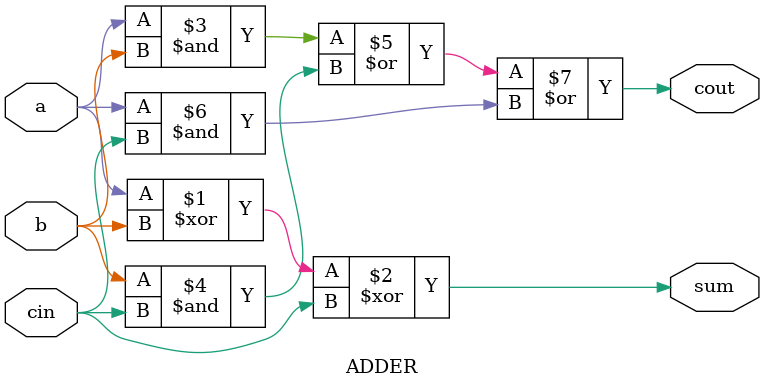
<source format=v>
module ADDER(
    input a,
    input b,
    input cin,
    output sum,
    output cout
);
    assign sum = a ^ b ^ cin;
    assign cout = (a & b) | (b & cin) | (a & cin);
endmodule


</source>
